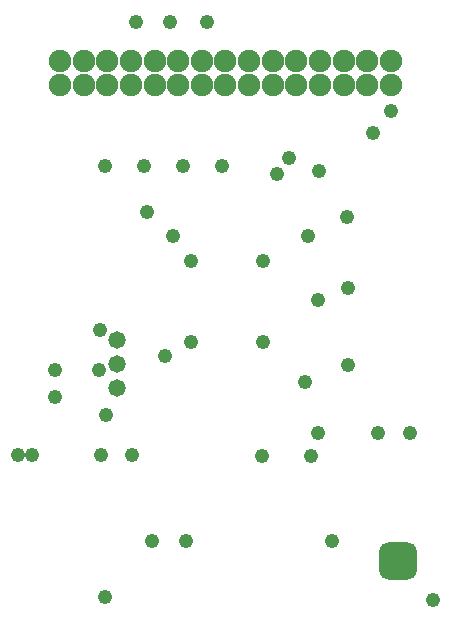
<source format=gbs>
G04*
G04 #@! TF.GenerationSoftware,Altium Limited,Altium Designer,19.0.5 (141)*
G04*
G04 Layer_Color=16711935*
%FSLAX25Y25*%
%MOIN*%
G70*
G01*
G75*
G04:AMPARAMS|DCode=41|XSize=126.11mil|YSize=126.11mil|CornerRadius=33.53mil|HoleSize=0mil|Usage=FLASHONLY|Rotation=180.000|XOffset=0mil|YOffset=0mil|HoleType=Round|Shape=RoundedRectangle|*
%AMROUNDEDRECTD41*
21,1,0.12611,0.05906,0,0,180.0*
21,1,0.05906,0.12611,0,0,180.0*
1,1,0.06706,-0.02953,0.02953*
1,1,0.06706,0.02953,0.02953*
1,1,0.06706,0.02953,-0.02953*
1,1,0.06706,-0.02953,-0.02953*
%
%ADD41ROUNDEDRECTD41*%
%ADD42C,0.05800*%
%ADD43C,0.07493*%
%ADD44C,0.04800*%
D41*
X443000Y141600D02*
D03*
D42*
X349076Y215112D02*
D03*
Y207238D02*
D03*
Y199364D02*
D03*
D43*
X330267Y300194D02*
D03*
Y308068D02*
D03*
X338141Y300194D02*
D03*
Y308068D02*
D03*
X346015Y300194D02*
D03*
Y308068D02*
D03*
X353889Y300194D02*
D03*
Y308068D02*
D03*
X361763Y300194D02*
D03*
Y308068D02*
D03*
X369637Y300194D02*
D03*
Y308068D02*
D03*
X377511Y300194D02*
D03*
Y308068D02*
D03*
X385385Y300194D02*
D03*
Y308068D02*
D03*
X393259Y300194D02*
D03*
Y308068D02*
D03*
X401133Y300194D02*
D03*
Y308068D02*
D03*
X409007Y300194D02*
D03*
Y308068D02*
D03*
X416881Y300194D02*
D03*
Y308068D02*
D03*
X424755Y300194D02*
D03*
Y308068D02*
D03*
X432629Y300194D02*
D03*
Y308068D02*
D03*
X440503Y300194D02*
D03*
Y308068D02*
D03*
D44*
X420800Y148200D02*
D03*
X397700Y176500D02*
D03*
X414000D02*
D03*
X454400Y128568D02*
D03*
X416300Y228500D02*
D03*
X413000Y249868D02*
D03*
X440503Y291600D02*
D03*
X316200Y176900D02*
D03*
X354200D02*
D03*
X328400Y196300D02*
D03*
X360900Y148200D02*
D03*
X372300D02*
D03*
X447000Y184268D02*
D03*
X436100D02*
D03*
X343872Y176900D02*
D03*
X345600Y190200D02*
D03*
X343700Y218500D02*
D03*
X321000Y176900D02*
D03*
X345300Y129700D02*
D03*
X359100Y257900D02*
D03*
X416600Y271450D02*
D03*
X406700Y276000D02*
D03*
X434700Y284300D02*
D03*
X425800Y256200D02*
D03*
X426100Y207000D02*
D03*
X343200Y205200D02*
D03*
X328400D02*
D03*
X355400Y321300D02*
D03*
X366900D02*
D03*
X379100D02*
D03*
X384058Y273300D02*
D03*
X371147D02*
D03*
X358237D02*
D03*
X345326D02*
D03*
X397909Y241500D02*
D03*
X373727D02*
D03*
Y214600D02*
D03*
X397909D02*
D03*
X365209Y209868D02*
D03*
X416209Y184268D02*
D03*
X367809Y249868D02*
D03*
X402609Y270468D02*
D03*
X426259Y232558D02*
D03*
X411809Y201268D02*
D03*
M02*

</source>
